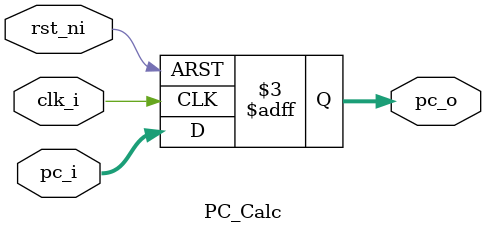
<source format=v>


module	PC_Calc #(
	parameter					WORD = 32
	)(
	input							clk_i,
	input							rst_ni,
	input   [WORD-1:0] pc_i,
	output reg	[WORD-1:0]	pc_o	

);


	always @(posedge clk_i, negedge rst_ni)
	begin
		if (!rst_ni) 
			pc_o <=	32'b0;
		
		else  
		pc_o	<= pc_i ;
			
		
	
	end
endmodule 
</source>
